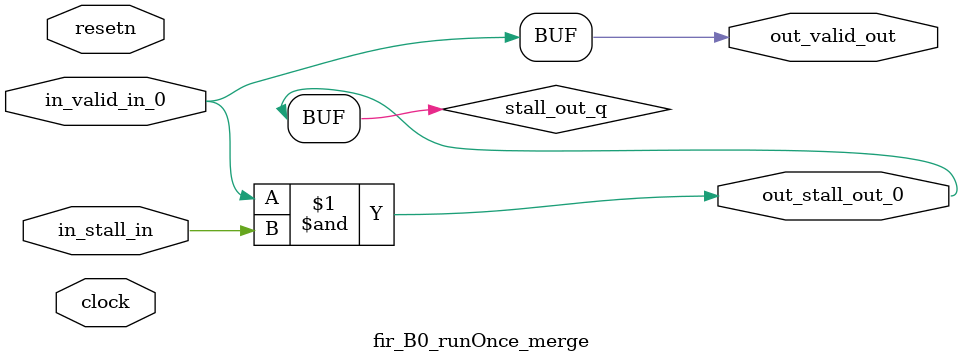
<source format=sv>



(* altera_attribute = "-name AUTO_SHIFT_REGISTER_RECOGNITION OFF; -name MESSAGE_DISABLE 10036; -name MESSAGE_DISABLE 10037; -name MESSAGE_DISABLE 14130; -name MESSAGE_DISABLE 14320; -name MESSAGE_DISABLE 15400; -name MESSAGE_DISABLE 14130; -name MESSAGE_DISABLE 10036; -name MESSAGE_DISABLE 12020; -name MESSAGE_DISABLE 12030; -name MESSAGE_DISABLE 12010; -name MESSAGE_DISABLE 12110; -name MESSAGE_DISABLE 14320; -name MESSAGE_DISABLE 13410; -name MESSAGE_DISABLE 113007; -name MESSAGE_DISABLE 10958" *)
module fir_B0_runOnce_merge (
    input wire [0:0] in_stall_in,
    input wire [0:0] in_valid_in_0,
    output wire [0:0] out_stall_out_0,
    output wire [0:0] out_valid_out,
    input wire clock,
    input wire resetn
    );

    wire [0:0] stall_out_q;


    // stall_out(LOGICAL,6)
    assign stall_out_q = in_valid_in_0 & in_stall_in;

    // out_stall_out_0(GPOUT,4)
    assign out_stall_out_0 = stall_out_q;

    // out_valid_out(GPOUT,5)
    assign out_valid_out = in_valid_in_0;

endmodule

</source>
